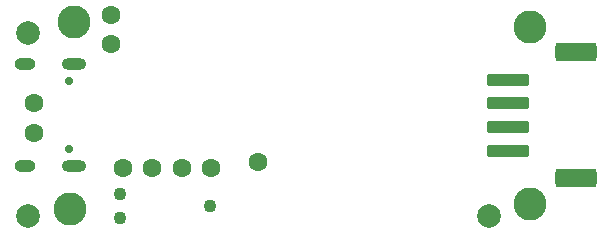
<source format=gbr>
%TF.GenerationSoftware,KiCad,Pcbnew,(6.0.7)*%
%TF.CreationDate,2022-09-06T17:23:02+02:00*%
%TF.ProjectId,bmp22,626d7032-322e-46b6-9963-61645f706362,rev?*%
%TF.SameCoordinates,Original*%
%TF.FileFunction,Soldermask,Bot*%
%TF.FilePolarity,Negative*%
%FSLAX46Y46*%
G04 Gerber Fmt 4.6, Leading zero omitted, Abs format (unit mm)*
G04 Created by KiCad (PCBNEW (6.0.7)) date 2022-09-06 17:23:02*
%MOMM*%
%LPD*%
G01*
G04 APERTURE LIST*
G04 Aperture macros list*
%AMRoundRect*
0 Rectangle with rounded corners*
0 $1 Rounding radius*
0 $2 $3 $4 $5 $6 $7 $8 $9 X,Y pos of 4 corners*
0 Add a 4 corners polygon primitive as box body*
4,1,4,$2,$3,$4,$5,$6,$7,$8,$9,$2,$3,0*
0 Add four circle primitives for the rounded corners*
1,1,$1+$1,$2,$3*
1,1,$1+$1,$4,$5*
1,1,$1+$1,$6,$7*
1,1,$1+$1,$8,$9*
0 Add four rect primitives between the rounded corners*
20,1,$1+$1,$2,$3,$4,$5,0*
20,1,$1+$1,$4,$5,$6,$7,0*
20,1,$1+$1,$6,$7,$8,$9,0*
20,1,$1+$1,$8,$9,$2,$3,0*%
G04 Aperture macros list end*
%ADD10C,2.800000*%
%ADD11O,1.800000X1.000000*%
%ADD12O,2.100000X1.000000*%
%ADD13C,0.700000*%
%ADD14C,1.090600*%
%ADD15C,1.600000*%
%ADD16C,2.000000*%
%ADD17RoundRect,0.300000X-1.500000X0.250000X-1.500000X-0.250000X1.500000X-0.250000X1.500000X0.250000X0*%
%ADD18RoundRect,0.300001X-1.449999X0.499999X-1.449999X-0.499999X1.449999X-0.499999X1.449999X0.499999X0*%
G04 APERTURE END LIST*
D10*
%TO.C,H1*%
X125050000Y-137975000D03*
%TD*%
%TO.C,H2*%
X125425000Y-122125000D03*
%TD*%
%TO.C,H3*%
X164000000Y-137500000D03*
%TD*%
%TO.C,H4*%
X164000000Y-122500000D03*
%TD*%
D11*
%TO.C,J301*%
X121260000Y-125680000D03*
D12*
X125430000Y-134320000D03*
D11*
X121260000Y-134320000D03*
D12*
X125430000Y-125680000D03*
D13*
X124950000Y-127110000D03*
X124950000Y-132890000D03*
%TD*%
D14*
%TO.C,J302*%
X129286000Y-138684000D03*
X129286000Y-136652000D03*
X136906000Y-137668000D03*
%TD*%
D15*
%TO.C,TP305*%
X128500000Y-124000000D03*
%TD*%
D16*
%TO.C,FID4*%
X121500000Y-123000000D03*
%TD*%
%TO.C,FID6*%
X121500000Y-138500000D03*
%TD*%
%TO.C,FID5*%
X160500000Y-138500000D03*
%TD*%
D17*
%TO.C,J202*%
X162150000Y-127000000D03*
X162150000Y-129000000D03*
X162150000Y-131000000D03*
X162150000Y-133000000D03*
D18*
X167900000Y-135350000D03*
X167900000Y-124650000D03*
%TD*%
D15*
%TO.C,TP306*%
X129500000Y-134500000D03*
%TD*%
%TO.C,TP307*%
X132000000Y-134500000D03*
%TD*%
%TO.C,TP301*%
X137000000Y-134500000D03*
%TD*%
%TO.C,TP309*%
X141000000Y-134000000D03*
%TD*%
%TO.C,TP308*%
X134500000Y-134500000D03*
%TD*%
%TO.C,TP304*%
X122000000Y-131500000D03*
%TD*%
%TO.C,TP302*%
X128500000Y-121500000D03*
%TD*%
%TO.C,TP303*%
X122000000Y-129000000D03*
%TD*%
M02*

</source>
